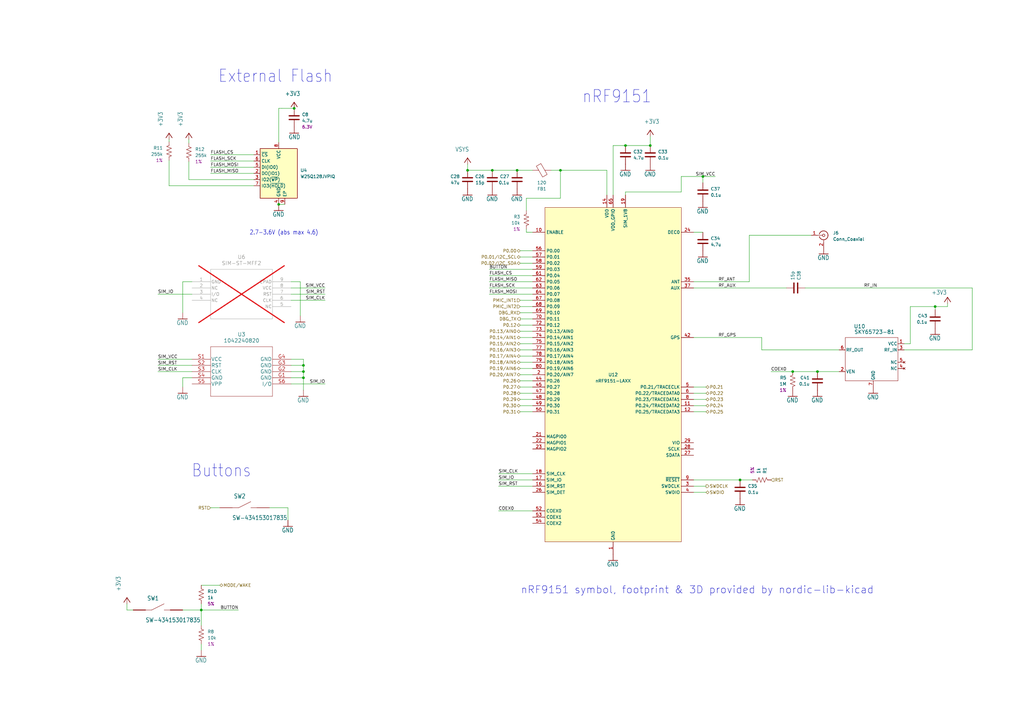
<source format=kicad_sch>
(kicad_sch (version 20231120) (generator "eeschema") (generator_version "8.0")
  (paper "A3")
  (title_block (title "nRF9151 Feather") (date "2024-12-04") (rev "1.0") (company "Circuit Dojo LLC"))
  (lib_symbols
    (symbol "2024-04-08_13-04-43:1042240820" (pin_names (offset 0.254))
      (property "Reference" "U" (at 20.32 10.16 0))
      (property "Value" "1042240820" (at 20.32 7.62 0))
      (symbol "1042240820_1_1"
        (polyline (pts (xy 7.62 -15.24) (xy 33.02 -15.24)) (stroke (width 0.127)))
        (polyline (pts (xy 7.62 5.08) (xy 7.62 -15.24)) (stroke (width 0.127)))
        (polyline (pts (xy 33.02 -15.24) (xy 33.02 5.08)) (stroke (width 0.127)))
        (polyline (pts (xy 33.02 5.08) (xy 7.62 5.08)) (stroke (width 0.127)))
        (pin power_in line (at 40.64 -7.62 180) (length 7.62) (name "GND") (number "G1"))
        (pin power_in line (at 40.64 -5.08 180) (length 7.62) (name "GND") (number "G2"))
        (pin power_in line (at 40.64 -2.54 180) (length 7.62) (name "GND") (number "G3"))
        (pin power_in line (at 40.64 0 180) (length 7.62) (name "GND") (number "G4"))
        (pin power_in line (at 0 0 0) (length 7.62) (name "VCC") (number "S1"))
        (pin unspecified line (at 0 -2.54 0) (length 7.62) (name "RST") (number "S2"))
        (pin unspecified line (at 0 -5.08 0) (length 7.62) (name "CLK") (number "S3"))
        (pin power_in line (at 0 -7.62 0) (length 7.62) (name "GND") (number "S4"))
        (pin power_in line (at 0 -10.16 0) (length 7.62) (name "VPP") (number "S5"))
        (pin unspecified line (at 40.64 -10.16 180) (length 7.62) (name "I/O") (number "S6"))
      )
    )
    (symbol "2024-04-08_13-26-58:SIM-ST-MFF2" (pin_names (offset 0.254))
      (property "Reference" "U" (at 20.32 10.16 0))
      (property "Value" "SIM-ST-MFF2" (at 20.32 7.62 0))
      (symbol "SIM-ST-MFF2_0_1"
        (polyline (pts (xy 7.62 -15.24) (xy 33.02 -15.24)) (stroke (width 0.127)))
        (polyline (pts (xy 7.62 5.08) (xy 7.62 -15.24)) (stroke (width 0.127)))
        (polyline (pts (xy 33.02 -15.24) (xy 33.02 5.08)) (stroke (width 0.127)))
        (polyline (pts (xy 33.02 5.08) (xy 7.62 5.08)) (stroke (width 0.127)))
        (pin unspecified line (at 0 0 0) (length 7.62) (name "GND") (number "1"))
        (pin unspecified line (at 0 -2.54 0) (length 7.62) (name "NC") (number "2"))
        (pin unspecified line (at 0 -5.08 0) (length 7.62) (name "I/O") (number "3"))
        (pin unspecified line (at 0 -7.62 0) (length 7.62) (name "NC") (number "4"))
        (pin unspecified line (at 40.64 -10.16 180) (length 7.62) (name "NC") (number "5"))
        (pin unspecified line (at 40.64 -7.62 180) (length 7.62) (name "CLK") (number "6"))
        (pin unspecified line (at 40.64 -5.08 180) (length 7.62) (name "RST") (number "7"))
        (pin unspecified line (at 40.64 -2.54 180) (length 7.62) (name "VCC") (number "8"))
        (pin unspecified line (at 40.64 0 180) (length 7.62) (name "EPAD") (number "9"))
      )
    )
    (symbol "2024-04-10_15-11-21:SKY65723-81" (pin_names (offset 0.254))
      (property "Reference" "U10" (at -5.588 12.192 0))
      (property "Value" "SKY65723-81" (at 0.508 9.906 0))
      (symbol "SKY65723-81_1_1"
        (rectangle (start -11.43 7.62) (end 10.16 -10.16))
        (pin power_in line (at 12.7 5.08 180) (length 2.54) (name "VCC") (number "1"))
        (pin input line (at -13.97 -6.35 0) (length 2.54) (name "VEN") (number "2"))
        (pin input line (at 12.7 2.54 180) (length 2.54) (name "RF_IN") (number "3"))
        (pin no_connect line (at 12.7 -5.08 180) (length 2.54) (name "NC") (number "4"))
        (pin no_connect line (at 12.7 -2.54 180) (length 2.54) (name "NC") (number "5"))
        (pin output line (at -13.97 2.54 0) (length 2.54) (name "RF_OUT") (number "6"))
        (pin power_out line (at 0 -12.7 90) (length 2.54) (name "GND") (number "7"))
      )
    )
    (symbol "Connector:Conn_Coaxial" (pin_names (offset 1.016) hide)
      (property "Reference" "J" (at 0.254 3.048 0))
      (property "Value" "Conn_Coaxial" (at 2.921 0 90))
      (symbol "Conn_Coaxial_0_1"
        (arc (start -1.778 -0.508) (mid 0.2311 -1.8066) (end 1.778 0) (stroke (width 0.254)))
        (polyline (pts (xy -2.54 0) (xy -0.508 0)))
        (polyline (pts (xy 0 -2.54) (xy 0 -1.778)))
        (circle (center 0 0) (radius 0.508) (stroke (width 0.2032)))
        (arc (start 1.778 0) (mid 0.2099 1.8101) (end -1.778 0.508) (stroke (width 0.254)))
      )
      (symbol "Conn_Coaxial_1_1"
        (pin passive line (at -5.08 0 0) (length 2.54) (name "In") (number "1"))
        (pin passive line (at 0 -5.08 90) (length 2.54) (name "Ext") (number "2"))
      )
    )
    (symbol "Device:C" (pin_numbers hide) (pin_names (offset 0.254))
      (property "Reference" "C" (at 0.635 2.54 0))
      (property "Value" "C" (at 0.635 -2.54 0))
      (symbol "C_0_1"
        (polyline (pts (xy -2.032 -0.762) (xy 2.032 -0.762)) (stroke (width 0.508)))
        (polyline (pts (xy -2.032 0.762) (xy 2.032 0.762)) (stroke (width 0.508)))
      )
      (symbol "C_1_1"
        (pin passive line (at 0 3.81 270) (length 2.794) (name "~") (number "1"))
        (pin passive line (at 0 -3.81 90) (length 2.794) (name "~") (number "2"))
      )
    )
    (symbol "Device:FerriteBead" (pin_numbers hide) (pin_names (offset 0))
      (property "Reference" "FB" (at -3.81 0.635 90))
      (property "Value" "FerriteBead" (at 3.81 0 90))
      (symbol "FerriteBead_0_1"
        (polyline (pts (xy 0 -1.27) (xy 0 -1.2192)))
        (polyline (pts (xy 0 1.27) (xy 0 1.2954)))
        (polyline (pts (xy -2.7686 0.4064) (xy -1.7018 2.2606) (xy 2.7686 -0.3048) (xy 1.6764 -2.159) (xy -2.7686 0.4064)))
      )
      (symbol "FerriteBead_1_1"
        (pin passive line (at 0 3.81 270) (length 2.54) (name "~") (number "1"))
        (pin passive line (at 0 -3.81 90) (length 2.54) (name "~") (number "2"))
      )
    )
    (symbol "Device:R_US" (pin_numbers hide) (pin_names (offset 0))
      (property "Reference" "R" (at 2.54 0 90))
      (property "Value" "R_US" (at -2.54 0 90))
      (symbol "R_US_0_1"
        (polyline (pts (xy 0 -2.286) (xy 0 -2.54)))
        (polyline (pts (xy 0 2.286) (xy 0 2.54)))
        (polyline (pts (xy 0 -0.762) (xy 1.016 -1.143) (xy 0 -1.524) (xy -1.016 -1.905) (xy 0 -2.286)))
        (polyline (pts (xy 0 0.762) (xy 1.016 0.381) (xy 0 0) (xy -1.016 -0.381) (xy 0 -0.762)))
        (polyline (pts (xy 0 2.286) (xy 1.016 1.905) (xy 0 1.524) (xy -1.016 1.143) (xy 0 0.762)))
      )
      (symbol "R_US_1_1"
        (pin passive line (at 0 3.81 270) (length 1.27) (name "~") (number "1"))
        (pin passive line (at 0 -3.81 90) (length 1.27) (name "~") (number "2"))
      )
    )
    (symbol "PCM_nordic-lib-kicad-nrf9:nRF9151-LAXX"
      (property "Reference" "U" (at 0 0 0))
      (property "Value" "nRF9151-LAXX" (at 0 -2.54 0))
      (symbol "nRF9151-LAXX_0_0"
        (pin input line (at -33.02 58.42 0) (length 5.08) (name "ENABLE") (number "10"))
        (pin no_connect line (at 27.94 -60.96 180) (length 5.08) hide (name "NC") (number "100"))
        (pin no_connect line (at 27.94 -58.42 180) (length 5.08) hide (name "NC") (number "101"))
        (pin no_connect line (at 27.94 -50.8 180) (length 5.08) hide (name "NC") (number "102"))
        (pin no_connect line (at 27.94 -53.34 180) (length 5.08) hide (name "NC") (number "103"))
        (pin no_connect line (at 27.94 -55.88 180) (length 5.08) hide (name "NC") (number "104"))
        (pin passive line (at 0 -73.66 90) (length 5.08) hide (name "GND") (number "105"))
        (pin passive line (at 0 -73.66 90) (length 5.08) hide (name "GND") (number "106"))
        (pin passive line (at 0 -73.66 90) (length 5.08) hide (name "GND") (number "107"))
        (pin passive line (at 0 -73.66 90) (length 5.08) hide (name "GND") (number "108"))
        (pin passive line (at 0 -73.66 90) (length 5.08) hide (name "GND") (number "109"))
        (pin passive line (at 0 -73.66 90) (length 5.08) hide (name "GND") (number "110"))
        (pin passive line (at 0 -73.66 90) (length 5.08) hide (name "GND") (number "111"))
        (pin passive line (at 0 -73.66 90) (length 5.08) hide (name "GND") (number "112"))
        (pin passive line (at 0 -73.66 90) (length 5.08) hide (name "GND") (number "113"))
        (pin passive line (at 0 -73.66 90) (length 5.08) hide (name "GND") (number "13"))
        (pin power_in line (at -2.54 73.66 270) (length 5.08) (name "VDD") (number "14"))
        (pin passive line (at 0 -73.66 90) (length 5.08) hide (name "GND") (number "15"))
        (pin bidirectional line (at -33.02 -45.72 0) (length 5.08) (name "SIM_RST") (number "16"))
        (pin bidirectional line (at -33.02 -43.18 0) (length 5.08) (name "SIM_IO") (number "17"))
        (pin bidirectional line (at -33.02 -40.64 0) (length 5.08) (name "SIM_CLK") (number "18"))
        (pin power_in line (at 5.08 73.66 270) (length 5.08) (name "SIM_1V8") (number "19"))
        (pin bidirectional line (at -33.02 0 0) (length 5.08) (name "P0.20/AIN7") (number "2"))
        (pin passive line (at 0 -73.66 90) (length 5.08) hide (name "GND") (number "20"))
        (pin bidirectional line (at -33.02 -25.4 0) (length 5.08) (name "MAGPIO0") (number "21"))
        (pin bidirectional line (at -33.02 -27.94 0) (length 5.08) (name "MAGPIO1") (number "22"))
        (pin bidirectional line (at -33.02 -30.48 0) (length 5.08) (name "MAGPIO2") (number "23"))
        (pin passive line (at 33.02 58.42 180) (length 5.08) (name "DEC0") (number "24"))
        (pin passive line (at 0 -73.66 90) (length 5.08) hide (name "GND") (number "25"))
        (pin bidirectional line (at -33.02 -48.26 0) (length 5.08) (name "SIM_DET") (number "26"))
        (pin bidirectional line (at 33.02 -33.02 180) (length 5.08) (name "SDATA") (number "27"))
        (pin bidirectional line (at 33.02 -30.48 180) (length 5.08) (name "SCLK") (number "28"))
        (pin power_in line (at 33.02 -27.94 180) (length 5.08) (name "VIO") (number "29"))
        (pin passive line (at 0 -73.66 90) (length 5.08) hide (name "GND") (number "30"))
        (pin passive line (at 0 -73.66 90) (length 5.08) hide (name "GND") (number "34"))
        (pin bidirectional line (at 33.02 38.1 180) (length 5.08) (name "ANT") (number "35"))
        (pin passive line (at 0 -73.66 90) (length 5.08) hide (name "GND") (number "36"))
        (pin bidirectional line (at 33.02 35.56 180) (length 5.08) (name "AUX") (number "37"))
        (pin passive line (at 0 -73.66 90) (length 5.08) hide (name "GND") (number "38"))
        (pin passive line (at 0 -73.66 90) (length 5.08) hide (name "GND") (number "39"))
        (pin passive line (at 0 -73.66 90) (length 5.08) hide (name "GND") (number "40"))
        (pin passive line (at 0 -73.66 90) (length 5.08) hide (name "GND") (number "41"))
        (pin passive line (at 0 -73.66 90) (length 5.08) hide (name "GND") (number "43"))
        (pin bidirectional line (at -33.02 -2.54 0) (length 5.08) (name "P0.26") (number "44"))
        (pin bidirectional line (at -33.02 -5.08 0) (length 5.08) (name "P0.27") (number "45"))
        (pin passive line (at 0 -73.66 90) (length 5.08) hide (name "GND") (number "46"))
        (pin bidirectional line (at -33.02 -7.62 0) (length 5.08) (name "P0.28") (number "47"))
        (pin bidirectional line (at -33.02 -10.16 0) (length 5.08) (name "P0.29") (number "48"))
        (pin bidirectional line (at -33.02 -12.7 0) (length 5.08) (name "P0.30") (number "49"))
        (pin bidirectional line (at -33.02 -15.24 0) (length 5.08) (name "P0.31") (number "50"))
        (pin passive line (at 0 -73.66 90) (length 5.08) hide (name "GND") (number "51"))
        (pin bidirectional line (at -33.02 -55.88 0) (length 5.08) (name "COEX0") (number "52"))
        (pin bidirectional line (at -33.02 -58.42 0) (length 5.08) (name "COEX1") (number "53"))
        (pin bidirectional line (at -33.02 -60.96 0) (length 5.08) (name "COEX2") (number "54"))
        (pin passive line (at 0 -73.66 90) (length 5.08) hide (name "GND") (number "55"))
        (pin bidirectional line (at -33.02 48.26 0) (length 5.08) (name "P0.01") (number "57"))
        (pin bidirectional line (at -33.02 45.72 0) (length 5.08) (name "P0.02") (number "58"))
        (pin bidirectional line (at -33.02 43.18 0) (length 5.08) (name "P0.03") (number "59"))
        (pin passive line (at 0 -73.66 90) (length 5.08) hide (name "GND") (number "60"))
        (pin bidirectional line (at -33.02 40.64 0) (length 5.08) (name "P0.04") (number "61"))
        (pin bidirectional line (at -33.02 38.1 0) (length 5.08) (name "P0.05") (number "62"))
        (pin bidirectional line (at -33.02 35.56 0) (length 5.08) (name "P0.06") (number "63"))
        (pin bidirectional line (at -33.02 33.02 0) (length 5.08) (name "P0.07") (number "64"))
        (pin power_in line (at 0 73.66 270) (length 5.08) (name "VDD_GPIO") (number "65"))
        (pin passive line (at 0 -73.66 90) (length 5.08) hide (name "GND") (number "66"))
        (pin bidirectional line (at -33.02 30.48 0) (length 5.08) (name "P0.08") (number "67"))
        (pin bidirectional line (at -33.02 27.94 0) (length 5.08) (name "P0.09") (number "68"))
        (pin bidirectional line (at -33.02 25.4 0) (length 5.08) (name "P0.10") (number "69"))
        (pin passive line (at 0 -73.66 90) (length 5.08) hide (name "GND") (number "7"))
        (pin bidirectional line (at -33.02 22.86 0) (length 5.08) (name "P0.11") (number "70"))
        (pin passive line (at 0 -73.66 90) (length 5.08) hide (name "GND") (number "71"))
        (pin bidirectional line (at -33.02 20.32 0) (length 5.08) (name "P0.12") (number "72"))
        (pin bidirectional line (at -33.02 17.78 0) (length 5.08) (name "P0.13/AIN0") (number "73"))
        (pin bidirectional line (at -33.02 15.24 0) (length 5.08) (name "P0.14/AIN1") (number "74"))
        (pin bidirectional line (at -33.02 12.7 0) (length 5.08) (name "P0.15/AIN2") (number "75"))
        (pin passive line (at 0 -73.66 90) (length 5.08) hide (name "GND") (number "76"))
        (pin bidirectional line (at -33.02 10.16 0) (length 5.08) (name "P0.16/AIN3") (number "77"))
        (pin bidirectional line (at -33.02 7.62 0) (length 5.08) (name "P0.17/AIN4") (number "78"))
        (pin bidirectional line (at -33.02 5.08 0) (length 5.08) (name "P0.18/AIN5") (number "79"))
        (pin bidirectional line (at -33.02 2.54 0) (length 5.08) (name "P0.19/AIN6") (number "80"))
        (pin no_connect line (at 10.16 -68.58 90) (length 5.08) hide (name "NC") (number "81"))
        (pin no_connect line (at 12.7 -68.58 90) (length 5.08) hide (name "NC") (number "82"))
        (pin no_connect line (at 15.24 -68.58 90) (length 5.08) hide (name "NC") (number "83"))
        (pin no_connect line (at 17.78 -68.58 90) (length 5.08) hide (name "NC") (number "84"))
        (pin no_connect line (at 20.32 -68.58 90) (length 5.08) hide (name "NC") (number "85"))
        (pin no_connect line (at 22.86 -68.58 90) (length 5.08) hide (name "NC") (number "86"))
        (pin no_connect line (at 25.4 -68.58 90) (length 5.08) hide (name "NC") (number "87"))
        (pin no_connect line (at -22.86 -68.58 90) (length 5.08) hide (name "NC") (number "88"))
        (pin no_connect line (at -20.32 -68.58 90) (length 5.08) hide (name "NC") (number "89"))
        (pin no_connect line (at -17.78 -68.58 90) (length 5.08) hide (name "NC") (number "90"))
        (pin no_connect line (at -15.24 -68.58 90) (length 5.08) hide (name "NC") (number "91"))
        (pin no_connect line (at -12.7 -68.58 90) (length 5.08) hide (name "NC") (number "92"))
        (pin no_connect line (at -10.16 -68.58 90) (length 5.08) hide (name "NC") (number "93"))
        (pin no_connect line (at -7.62 -68.58 90) (length 5.08) hide (name "NC") (number "94"))
        (pin no_connect line (at -5.08 -68.58 90) (length 5.08) hide (name "NC") (number "95"))
        (pin no_connect line (at -2.54 -68.58 90) (length 5.08) hide (name "NC") (number "96"))
        (pin no_connect line (at -25.4 -68.58 90) (length 5.08) hide (name "NC") (number "97"))
        (pin no_connect line (at 27.94 -66.04 180) (length 5.08) hide (name "NC") (number "98"))
        (pin no_connect line (at 27.94 -63.5 180) (length 5.08) hide (name "NC") (number "99"))
      )
      (symbol "nRF9151-LAXX_1_0"
        (pin power_in line (at 0 -73.66 90) (length 5.08) (name "GND") (number "1"))
        (pin bidirectional line (at 33.02 -12.7 180) (length 5.08) (name "P0.24/TRACEDATA2") (number "11"))
        (pin bidirectional line (at 33.02 -15.24 180) (length 5.08) (name "P0.25/TRACEDATA3") (number "12"))
        (pin input line (at 33.02 -45.72 180) (length 5.08) (name "SWDCLK") (number "3"))
        (pin no_connect line (at 2.54 -68.58 90) (length 5.08) hide (name "NC") (number "31"))
        (pin no_connect line (at 5.08 -68.58 90) (length 5.08) hide (name "NC") (number "32"))
        (pin no_connect line (at 7.62 -68.58 90) (length 5.08) hide (name "NC") (number "33"))
        (pin bidirectional line (at 33.02 -48.26 180) (length 5.08) (name "SWDIO") (number "4"))
        (pin input line (at 33.02 15.24 180) (length 5.08) (name "GPS") (number "42"))
        (pin bidirectional line (at 33.02 -5.08 180) (length 5.08) (name "P0.21/TRACECLK") (number "5"))
        (pin bidirectional line (at -33.02 50.8 0) (length 5.08) (name "P0.00") (number "56"))
        (pin bidirectional line (at 33.02 -7.62 180) (length 5.08) (name "P0.22/TRACEDATA0") (number "6"))
        (pin bidirectional line (at 33.02 -10.16 180) (length 5.08) (name "P0.23/TRACEDATA1") (number "8"))
        (pin input line (at 33.02 -43.18 180) (length 5.08) (name "~{RESET}") (number "9"))
      )
      (symbol "nRF9151-LAXX_1_1"
        (rectangle (start -27.94 68.58) (end 27.94 -68.58) (fill (type background)))
      )
    )
    (symbol "nRF9161-Feather:W25Q32JVZPIQ"
      (property "Reference" "U" (at -6.35 11.43 0))
      (property "Value" "W25Q32JVZPIQ" (at 7.62 11.43 0))
      (symbol "W25Q32JVZPIQ_0_1"
        (rectangle (start -7.62 10.16) (end 7.62 -10.16) (stroke (width 0.254)) (fill (type background)))
      )
      (symbol "W25Q32JVZPIQ_1_1"
        (pin input line (at -10.16 7.62 0) (length 2.54) (name "~{CS}") (number "1"))
        (pin bidirectional line (at -10.16 0 0) (length 2.54) (name "DO(IO1)") (number "2"))
        (pin bidirectional line (at -10.16 -2.54 0) (length 2.54) (name "IO2(~{WP})") (number "3"))
        (pin power_in line (at 0 -12.7 90) (length 2.54) (name "GND") (number "4"))
        (pin bidirectional line (at -10.16 2.54 0) (length 2.54) (name "DI(IO0)") (number "5"))
        (pin input line (at -10.16 5.08 0) (length 2.54) (name "CLK") (number "6"))
        (pin bidirectional line (at -10.16 -5.08 0) (length 2.54) (name "IO3(~{HOLD})") (number "7"))
        (pin power_in line (at 0 12.7 270) (length 2.54) (name "VCC") (number "8"))
        (pin passive line (at 2.54 -12.7 90) (length 2.54) (name "EP") (number "9"))
      )
    )
    (symbol "nrf91-feather-eagle-import:+3V3" (power)
      (property "Value" "+3V3" (at -2.54 -5.08 90))
      (symbol "+3V3_1_0"
        (polyline (pts (xy 0 0) (xy -1.27 -1.905)) (stroke (width 0.254)))
        (polyline (pts (xy 1.27 -1.905) (xy 0 0)) (stroke (width 0.254)))
        (pin power_in line (at 0 -2.54 90) (length 2.54) (name "+3V3") (number "1"))
      )
    )
    (symbol "nrf91-feather-eagle-import:GND" (power)
      (property "Value" "GND" (at -2.54 -2.54 0))
      (symbol "GND_1_0"
        (polyline (pts (xy -1.905 0) (xy 1.905 0)) (stroke (width 0.254)))
        (pin power_in line (at 0 2.54 270) (length 2.54) (name "GND") (number "1"))
      )
    )
    (symbol "nrf91-feather-eagle-import:SW-EVP-AA402W"
      (property "Reference" "SW" (at -4.4497 3.814 0))
      (symbol "SW-EVP-AA402W_1_0"
        (polyline (pts (xy -5.08 0) (xy -2.54 0)) (stroke (width 0.1524)))
        (polyline (pts (xy -2.54 0) (xy 2.54 2.54)) (stroke (width 0.1524)))
        (polyline (pts (xy 5.08 0) (xy 2.54 0)) (stroke (width 0.1524)))
        (pin passive line (at -10.16 0 0) (length 5.08) (name "1") (number "1"))
        (pin passive line (at 10.16 0 180) (length 5.08) (name "2") (number "2"))
        (pin passive line (at -10.16 0 0) (length 5.08) (name "1") (number "3"))
        (pin passive line (at 10.16 0 180) (length 5.08) (name "2") (number "4"))
      )
    )
    (symbol "nrf91-feather-eagle-import:VSYS" (power)
      (property "Value" "VSYS" (at -5.08 2.54 0))
      (symbol "VSYS_1_0"
        (polyline (pts (xy 0 0) (xy -1.27 -1.905)) (stroke (width 0.254)))
        (polyline (pts (xy 1.27 -1.905) (xy 0 0)) (stroke (width 0.254)))
        (pin power_in line (at 0 -2.54 90) (length 2.54) (name "VSYS") (number "1"))
      )
    )
  )
  (junction (at 383.54 125.73))
  (junction (at 325.12 152.4))
  (junction (at 124.46 152.4))
  (junction (at 124.46 154.94))
  (junction (at 114.3 83.82))
  (junction (at 191.77 69.85))
  (junction (at 82.55 250.19))
  (junction (at 124.46 149.86))
  (junction (at 303.53 196.85))
  (junction (at 335.28 152.4))
  (junction (at 256.54 59.69))
  (junction (at 229.87 69.85))
  (junction (at 120.65 44.45))
  (junction (at 212.09 69.85))
  (junction (at 201.93 69.85))
  (junction (at 266.7 59.69))
  (junction (at 288.29 72.39))
  (wire (pts (xy 77.47 57.15) (xy 77.47 58.674)))
  (wire (pts (xy 124.46 149.86) (xy 124.46 152.4)))
  (wire (pts (xy 312.42 143.51) (xy 344.17 143.51)))
  (wire (pts (xy 218.44 125.73) (xy 213.36 125.73)))
  (wire (pts (xy 213.36 168.91) (xy 218.44 168.91)))
  (wire (pts (xy 307.34 96.52) (xy 332.74 96.52)))
  (wire (pts (xy 266.7 55.88) (xy 266.7 59.69)))
  (wire (pts (xy 213.36 146.05) (xy 218.44 146.05)))
  (wire (pts (xy 64.77 120.65) (xy 78.74 120.65)))
  (wire (pts (xy 373.38 125.73) (xy 383.54 125.73)))
  (wire (pts (xy 213.36 153.67) (xy 218.44 153.67)))
  (wire (pts (xy 69.342 65.786) (xy 69.342 76.2)))
  (wire (pts (xy 288.29 72.39) (xy 288.29 74.93)))
  (wire (pts (xy 284.48 95.25) (xy 288.29 95.25)))
  (wire (pts (xy 114.3 44.45) (xy 115.57 44.45)))
  (wire (pts (xy 289.56 166.37) (xy 284.48 166.37)))
  (wire (pts (xy 213.36 163.83) (xy 218.44 163.83)))
  (wire (pts (xy 119.38 115.57) (xy 123.19 115.57)))
  (wire (pts (xy 218.44 123.19) (xy 213.36 123.19)))
  (wire (pts (xy 54.61 250.19) (xy 52.07 250.19)) (stroke (width 0.1524)))
  (wire (pts (xy 86.36 63.5) (xy 104.14 63.5)))
  (wire (pts (xy 64.77 152.4) (xy 78.74 152.4)))
  (wire (pts (xy 383.54 125.73) (xy 383.54 127)))
  (wire (pts (xy 213.36 107.95) (xy 218.44 107.95)))
  (wire (pts (xy 200.66 113.03) (xy 218.44 113.03)))
  (wire (pts (xy 77.47 73.66) (xy 104.14 73.66)))
  (wire (pts (xy 133.35 123.19) (xy 119.38 123.19)))
  (wire (pts (xy 398.78 143.51) (xy 398.78 118.11)))
  (wire (pts (xy 114.3 58.42) (xy 114.3 44.45)))
  (wire (pts (xy 316.23 152.4) (xy 325.12 152.4)))
  (wire (pts (xy 218.44 115.57) (xy 200.66 115.57)))
  (wire (pts (xy 204.47 194.31) (xy 218.44 194.31)))
  (wire (pts (xy 312.42 143.51) (xy 312.42 138.43)))
  (wire (pts (xy 213.36 102.87) (xy 218.44 102.87)))
  (wire (pts (xy 284.48 199.39) (xy 289.56 199.39)))
  (wire (pts (xy 307.34 96.52) (xy 307.34 115.57)))
  (wire (pts (xy 373.38 125.73) (xy 373.38 140.97)))
  (wire (pts (xy 124.46 147.32) (xy 124.46 149.86)))
  (wire (pts (xy 213.36 166.37) (xy 218.44 166.37)))
  (wire (pts (xy 74.93 128.27) (xy 74.93 115.57)))
  (wire (pts (xy 191.77 67.31) (xy 191.77 69.85)))
  (wire (pts (xy 226.06 69.85) (xy 229.87 69.85)))
  (wire (pts (xy 82.55 250.19) (xy 97.79 250.19)) (stroke (width 0.1524)))
  (wire (pts (xy 110.49 208.28) (xy 118.11 208.28)) (stroke (width 0.1524)))
  (wire (pts (xy 104.14 66.04) (xy 86.36 66.04)))
  (wire (pts (xy 256.54 59.69) (xy 266.7 59.69)))
  (wire (pts (xy 133.35 157.48) (xy 119.38 157.48)))
  (wire (pts (xy 284.48 118.11) (xy 322.58 118.11)))
  (wire (pts (xy 115.57 44.45) (xy 120.65 44.45)) (stroke (width 0.1524)))
  (wire (pts (xy 104.14 68.58) (xy 86.36 68.58)))
  (wire (pts (xy 118.11 208.28) (xy 118.11 213.36)) (stroke (width 0.1524)))
  (wire (pts (xy 213.36 135.89) (xy 218.44 135.89)))
  (wire (pts (xy 388.62 124.46) (xy 388.62 125.73)))
  (wire (pts (xy 204.47 199.39) (xy 218.44 199.39)))
  (wire (pts (xy 201.93 69.85) (xy 212.09 69.85)))
  (wire (pts (xy 256.54 59.69) (xy 251.46 59.69)))
  (wire (pts (xy 289.56 201.93) (xy 284.48 201.93)))
  (wire (pts (xy 383.54 125.73) (xy 388.62 125.73)))
  (wire (pts (xy 213.36 143.51) (xy 218.44 143.51)))
  (wire (pts (xy 69.342 57.15) (xy 69.342 58.166)))
  (wire (pts (xy 325.12 152.4) (xy 335.28 152.4)))
  (wire (pts (xy 370.84 140.97) (xy 373.38 140.97)))
  (wire (pts (xy 82.55 264.16) (xy 82.55 266.7)))
  (wire (pts (xy 215.9 81.28) (xy 215.9 86.36)))
  (wire (pts (xy 279.4 78.74) (xy 256.54 78.74)))
  (wire (pts (xy 213.36 158.75) (xy 218.44 158.75)))
  (wire (pts (xy 82.55 247.65) (xy 82.55 250.19)))
  (wire (pts (xy 74.93 158.75) (xy 74.93 154.94)))
  (wire (pts (xy 213.36 140.97) (xy 218.44 140.97)))
  (wire (pts (xy 229.87 81.28) (xy 229.87 69.85)))
  (wire (pts (xy 213.36 133.35) (xy 218.44 133.35)))
  (wire (pts (xy 229.87 69.85) (xy 248.92 69.85)))
  (wire (pts (xy 213.36 151.13) (xy 218.44 151.13)))
  (wire (pts (xy 213.36 105.41) (xy 218.44 105.41)))
  (wire (pts (xy 119.38 149.86) (xy 124.46 149.86)))
  (wire (pts (xy 64.77 149.86) (xy 78.74 149.86)))
  (wire (pts (xy 215.9 81.28) (xy 229.87 81.28)))
  (wire (pts (xy 218.44 110.49) (xy 200.66 110.49)) (stroke (width 0.1524)))
  (wire (pts (xy 218.44 95.25) (xy 215.9 95.25)))
  (wire (pts (xy 119.38 147.32) (xy 124.46 147.32)))
  (wire (pts (xy 370.84 143.51) (xy 398.78 143.51)))
  (wire (pts (xy 289.56 161.29) (xy 284.48 161.29)))
  (wire (pts (xy 289.56 168.91) (xy 284.48 168.91)))
  (wire (pts (xy 213.36 148.59) (xy 218.44 148.59)))
  (wire (pts (xy 218.44 120.65) (xy 200.66 120.65)))
  (wire (pts (xy 204.47 209.55) (xy 218.44 209.55)))
  (wire (pts (xy 74.93 154.94) (xy 78.74 154.94)))
  (wire (pts (xy 218.44 118.11) (xy 200.66 118.11)))
  (wire (pts (xy 123.19 115.57) (xy 123.19 129.54)))
  (wire (pts (xy 133.35 118.11) (xy 119.38 118.11)))
  (wire (pts (xy 289.56 163.83) (xy 284.48 163.83)))
  (wire (pts (xy 213.36 156.21) (xy 218.44 156.21)))
  (wire (pts (xy 90.17 208.28) (xy 86.36 208.28)) (stroke (width 0.1524)))
  (wire (pts (xy 77.47 66.294) (xy 77.47 73.66)))
  (wire (pts (xy 288.29 72.39) (xy 279.4 72.39)))
  (wire (pts (xy 124.46 154.94) (xy 124.46 160.02)))
  (wire (pts (xy 289.56 158.75) (xy 284.48 158.75)))
  (wire (pts (xy 307.34 115.57) (xy 284.48 115.57)))
  (wire (pts (xy 330.2 118.11) (xy 398.78 118.11)))
  (wire (pts (xy 119.38 152.4) (xy 124.46 152.4)))
  (wire (pts (xy 213.36 138.43) (xy 218.44 138.43)))
  (wire (pts (xy 191.77 69.85) (xy 201.93 69.85)))
  (wire (pts (xy 279.4 72.39) (xy 279.4 78.74)))
  (wire (pts (xy 82.55 240.03) (xy 90.17 240.03)) (stroke (width 0.1524)))
  (wire (pts (xy 218.44 128.27) (xy 213.36 128.27)))
  (wire (pts (xy 251.46 59.69) (xy 251.46 80.01)))
  (wire (pts (xy 114.3 83.82) (xy 116.84 83.82)))
  (wire (pts (xy 133.35 120.65) (xy 119.38 120.65)))
  (wire (pts (xy 284.48 138.43) (xy 312.42 138.43)))
  (wire (pts (xy 124.46 152.4) (xy 124.46 154.94)))
  (wire (pts (xy 215.9 95.25) (xy 215.9 93.98)))
  (wire (pts (xy 74.93 115.57) (xy 78.74 115.57)))
  (wire (pts (xy 256.54 78.74) (xy 256.54 80.01)))
  (wire (pts (xy 104.14 71.12) (xy 86.36 71.12)))
  (wire (pts (xy 335.28 152.4) (xy 344.17 152.4)))
  (wire (pts (xy 64.77 147.32) (xy 78.74 147.32)))
  (wire (pts (xy 69.342 76.2) (xy 104.14 76.2)))
  (wire (pts (xy 293.37 72.39) (xy 288.29 72.39)))
  (wire (pts (xy 248.92 69.85) (xy 248.92 80.01)))
  (wire (pts (xy 52.07 250.19) (xy 52.07 247.65)) (stroke (width 0.1524)))
  (wire (pts (xy 212.09 69.85) (xy 218.44 69.85)))
  (wire (pts (xy 218.44 130.81) (xy 213.36 130.81)))
  (wire (pts (xy 303.53 196.85) (xy 308.61 196.85)))
  (wire (pts (xy 204.47 196.85) (xy 218.44 196.85)))
  (wire (pts (xy 119.38 154.94) (xy 124.46 154.94)))
  (wire (pts (xy 82.55 250.19) (xy 82.55 256.54)) (stroke (width 0.1524)))
  (wire (pts (xy 213.36 161.29) (xy 218.44 161.29)))
  (wire (pts (xy 284.48 196.85) (xy 303.53 196.85)))
  (wire (pts (xy 74.93 250.19) (xy 82.55 250.19)) (stroke (width 0.1524)))
  (text "External Flash" (at 89.408 34.29 0) (effects (font (size 5.08 4.318)) (justify left bottom)))
  (text "Buttons" (at 78.486 196.088 0) (effects (font (size 5.08 4.318)) (justify left bottom)))
  (text "nRF9151" (at 238.76 42.672 0) (effects (font (size 5.08 4.318)) (justify left bottom)))
  (text "nRF9151 symbol, footprint & 3D provided by nordic-lib-kicad" (at 286.004 242.062 0) (effects (font (size 3 3))))
  (text "2.7-3.6V (abs max 4.6)" (at 102.362 96.52 0) (effects (font (size 1.778 1.5113)) (justify left bottom)))
  (label "SIM_IO" (at 133.35 157.48 180))
  (label "SIM_RST" (at 133.35 120.65 180))
  (label "COEX0" (at 316.23 152.4 0))
  (label "SIM_VCC" (at 133.35 118.11 180))
  (label "RF_ANT" (at 294.64 115.57 0))
  (label "SIM_RST" (at 204.47 199.39 0))
  (label "RF_AUX" (at 294.64 118.11 0))
  (label "RF_GPS" (at 294.64 138.43 0))
  (label "FLASH_MOSI" (at 86.36 68.58 0))
  (label "BUTTON" (at 200.66 110.49 0))
  (label "COEX0" (at 204.47 209.55 0))
  (label "FLASH_SCK" (at 86.36 66.04 0))
  (label "RF_IN" (at 354.33 118.11 0))
  (label "SIM_IO" (at 204.47 196.85 0))
  (label "SIM_CLK" (at 133.35 123.19 180))
  (label "FLASH_CS" (at 86.36 63.5 0))
  (label "SIM_IO" (at 64.77 120.65 0))
  (label "SIM_RST" (at 64.77 149.86 0))
  (label "SIM_CLK" (at 204.47 194.31 0))
  (label "FLASH_MISO" (at 200.66 115.57 0))
  (label "SIM_CLK" (at 64.77 152.4 0))
  (label "FLASH_MISO" (at 86.36 71.12 0))
  (label "FLASH_SCK" (at 200.66 118.11 0))
  (label "SIM_VCC" (at 64.77 147.32 0))
  (label "SIM_VCC" (at 293.37 72.39 180))
  (label "BUTTON" (at 97.79 250.19 180))
  (label "FLASH_CS" (at 200.66 113.03 0))
  (label "FLASH_MOSI" (at 200.66 120.65 0))
  (hierarchical_label "PMIC_INT2" (shape input) (at 213.36 125.73 180))
  (hierarchical_label "RST" (shape input) (at 86.36 208.28 180))
  (hierarchical_label "RST" (shape input) (at 316.23 196.85 0))
  (hierarchical_label "P0.00" (shape bidirectional) (at 213.36 102.87 180))
  (hierarchical_label "P0.14{slash}AIN1" (shape bidirectional) (at 213.36 138.43 180))
  (hierarchical_label "P0.29" (shape bidirectional) (at 213.36 163.83 180))
  (hierarchical_label "MODE/WAKE" (shape bidirectional) (at 90.17 240.03 0) (effects (font (size 1.2446 1.2446))) (property "Intersheetrefs" "${INTERSHEET_REFS}" (effects (hide yes))))
  (hierarchical_label "P0.02{slash}I2C_SDA" (shape bidirectional) (at 213.36 107.95 180))
  (hierarchical_label "P0.28" (shape bidirectional) (at 213.36 161.29 180))
  (hierarchical_label "SWDIO" (shape bidirectional) (at 289.56 201.93 0))
  (hierarchical_label "P0.18{slash}AIN5" (shape bidirectional) (at 213.36 148.59 180))
  (hierarchical_label "DBG_TX" (shape output) (at 213.36 130.81 180))
  (hierarchical_label "DBG_RX" (shape input) (at 213.36 128.27 180))
  (hierarchical_label "P0.12" (shape bidirectional) (at 213.36 133.35 180))
  (hierarchical_label "P0.01{slash}I2C_SCL" (shape bidirectional) (at 213.36 105.41 180))
  (hierarchical_label "P0.15{slash}AIN2" (shape bidirectional) (at 213.36 140.97 180))
  (hierarchical_label "P0.23" (shape bidirectional) (at 289.56 163.83 0))
  (hierarchical_label "P0.30" (shape bidirectional) (at 213.36 166.37 180))
  (hierarchical_label "P0.25" (shape bidirectional) (at 289.56 168.91 0))
  (hierarchical_label "P0.19{slash}AIN6" (shape bidirectional) (at 213.36 151.13 180))
  (hierarchical_label "PMIC_INT1" (shape input) (at 213.36 123.19 180))
  (hierarchical_label "P0.24" (shape bidirectional) (at 289.56 166.37 0))
  (hierarchical_label "P0.17{slash}AIN4" (shape bidirectional) (at 213.36 146.05 180))
  (hierarchical_label "P0.26" (shape bidirectional) (at 213.36 156.21 180))
  (hierarchical_label "P0.13{slash}AIN0" (shape bidirectional) (at 213.36 135.89 180))
  (hierarchical_label "P0.20{slash}AIN7" (shape bidirectional) (at 213.36 153.67 180))
  (hierarchical_label "P0.21" (shape bidirectional) (at 289.56 158.75 0))
  (hierarchical_label "SWDCLK" (shape output) (at 289.56 199.39 0))
  (hierarchical_label "P0.16{slash}AIN3" (shape bidirectional) (at 213.36 143.51 180))
  (hierarchical_label "P0.22" (shape bidirectional) (at 289.56 161.29 0))
  (hierarchical_label "P0.27" (shape bidirectional) (at 213.36 158.75 180))
  (hierarchical_label "P0.31" (shape bidirectional) (at 213.36 168.91 180))
  (symbol (lib_id "nrf91-feather-eagle-import:GND") (at 191.77 80.01 0) (unit 1)
    (property "Reference" "#GND034" (effects (hide yes)))
    (property "Value" "GND" (at 189.23 82.55 0) (effects (font (size 1.778 1.5113)) (justify left bottom)))
  )
  (symbol (lib_id "nrf91-feather-eagle-import:GND") (at 256.54 69.85 0) (unit 1)
    (property "Reference" "#GND054" (effects (hide yes)))
    (property "Value" "GND" (at 254 72.39 0) (effects (font (size 1.778 1.5113)) (justify left bottom)))
  )
  (symbol (lib_id "nrf91-feather-eagle-import:GND") (at 123.19 132.08 0) (unit 1)
    (property "Reference" "#GND061" (effects (hide yes)))
    (property "Value" "GND" (at 120.65 134.62 0) (effects (font (size 1.778 1.5113)) (justify left bottom)))
  )
  (symbol (lib_id "Connector:Conn_Coaxial") (at 337.82 96.52 0) (unit 1)
    (property "Reference" "J6" (at 341.63 95.5431 0) (effects (justify left)))
    (property "Value" "Conn_Coaxial" (at 341.63 98.0831 0) (effects (justify left)))
    (property "Footprint" "Connector_Coaxial:U.FL_Hirose_U.FL-R-SMT-1_Vertical" (effects (hide yes)))
    (property "Description" "coaxial connector (BNC, SMA, SMB, SMC, Cinch/RCA, LEMO, ...)" (effects (hide yes)))
    (property "Circuit Dojo PN" "CON-CONMHF1-SMD-G-T" (effects (hide yes)))
  )
  (symbol (lib_id "Device:R_US") (at 82.55 260.35 0) (unit 1)
    (property "Reference" "R8" (at 85.09 259.08 0) (effects (justify left)))
    (property "Value" "10k" (at 85.09 261.62 0) (effects (justify left)))
    (property "Footprint" "Resistor_SMD:R_0402_1005Metric" (effects (hide yes)))
    (property "Tolerance" "1%" (at 85.09 264.16 0) (effects (justify left)))
    (property "Part Number" "RES-100K-1%-02-0402" (effects (hide yes)))
    (property "Circuit Dojo PN" "RES-10K-1%-0402" (effects (hide yes)))
  )
  (symbol (lib_id "Device:C") (at 212.09 73.66 0) (mirror y) (unit 1)
    (property "Reference" "C27" (at 208.915 72.39 0) (effects (justify left)))
    (property "Value" "0.1u" (at 208.915 74.93 0) (effects (justify left)))
    (property "Footprint" "Capacitor_SMD:C_0402_1005Metric" (effects (hide yes)))
    (property "Circuit Dojo PN" "CAP-0.1U-50V-0402" (effects (hide yes)))
  )
  (symbol (lib_id "Device:C") (at 326.39 118.11 270) (mirror x) (unit 1)
    (property "Reference" "C38" (at 327.66 114.935 0) (effects (justify left)))
    (property "Value" "15p" (at 325.12 114.935 0) (effects (justify left)))
    (property "Footprint" "Capacitor_SMD:C_0402_1005Metric" (effects (hide yes)))
    (property "Circuit Dojo PN" "CAP-15P-50V-0402" (effects (hide yes)))
  )
  (symbol (lib_id "nrf91-feather-eagle-import:GND") (at 212.09 80.01 0) (unit 1)
    (property "Reference" "#GND016" (effects (hide yes)))
    (property "Value" "GND" (at 209.55 82.55 0) (effects (font (size 1.778 1.5113)) (justify left bottom)))
  )
  (symbol (lib_id "nrf91-feather-eagle-import:GND") (at 114.3 86.36 0) (unit 1)
    (property "Reference" "#GND029" (effects (hide yes)))
    (property "Value" "GND" (at 111.76 88.9 0) (effects (font (size 1.778 1.5113)) (justify left bottom)))
  )
  (symbol (lib_id "Device:R_US") (at 82.55 243.84 0) (unit 1)
    (property "Reference" "R10" (at 85.09 242.57 0) (effects (justify left)))
    (property "Value" "1k" (at 85.09 245.11 0) (effects (justify left)))
    (property "Footprint" "Resistor_SMD:R_0402_1005Metric" (effects (hide yes)))
    (property "Tolerance" "5%" (at 85.09 247.65 0) (effects (justify left)))
    (property "Part Number" "RES-1K-5%-0402" (effects (hide yes)))
    (property "Circuit Dojo PN" "RES-1K-5%-0402" (effects (hide yes)))
  )
  (symbol (lib_id "Device:R_US") (at 312.42 196.85 270) (mirror x) (unit 1)
    (property "Reference" "R1" (at 313.69 194.31 0) (effects (justify left)))
    (property "Value" "1k" (at 311.15 194.31 0) (effects (justify left)))
    (property "Footprint" "Resistor_SMD:R_0402_1005Metric" (effects (hide yes)))
    (property "Tolerance" "5%" (at 308.61 194.31 0) (effects (justify left)))
    (property "Part Number" "RES-1K-5%-0402" (effects (hide yes)))
    (property "Circuit Dojo PN" "RES-1K-5%-0402" (effects (hide yes)))
  )
  (symbol (lib_id "Device:C") (at 288.29 99.06 0) (unit 1)
    (property "Reference" "C34" (at 291.465 97.79 0) (effects (justify left)))
    (property "Value" "4.7u" (at 291.465 100.33 0) (effects (justify left)))
    (property "Footprint" "Capacitor_SMD:C_0603_1608Metric" (effects (hide yes)))
    (property "Circuit Dojo PN" "CAP-4.7U-6.3V-1-0603" (effects (hide yes)))
  )
  (symbol (lib_id "Device:C") (at 266.7 63.5 0) (unit 1)
    (property "Reference" "C33" (at 269.875 62.23 0) (effects (justify left)))
    (property "Value" "0.1u" (at 269.875 64.77 0) (effects (justify left)))
    (property "Footprint" "Capacitor_SMD:C_0402_1005Metric" (effects (hide yes)))
    (property "Circuit Dojo PN" "CAP-0.1U-50V-0402" (effects (hide yes)))
  )
  (symbol (lib_id "nrf91-feather-eagle-import:+3V3") (at 69.342 54.61 0) (unit 1)
    (property "Reference" "#+3V05" (effects (hide yes)))
    (property "Value" "+3V3" (at 66.802 52.07 90) (effects (font (size 1.778 1.5113)) (justify left bottom)))
  )
  (symbol (lib_id "nrf91-feather-eagle-import:GND") (at 266.7 69.85 0) (unit 1)
    (property "Reference" "#GND055" (effects (hide yes)))
    (property "Value" "GND" (at 264.16 72.39 0) (effects (font (size 1.778 1.5113)) (justify left bottom)))
  )
  (symbol (lib_id "Device:C") (at 256.54 63.5 0) (unit 1)
    (property "Reference" "C32" (at 259.715 62.23 0) (effects (justify left)))
    (property "Value" "4.7u" (at 259.715 64.77 0) (effects (justify left)))
    (property "Footprint" "Capacitor_SMD:C_0603_1608Metric" (effects (hide yes)))
    (property "Circuit Dojo PN" "CAP-4.7U-6.3V-1-0603" (effects (hide yes)))
  )
  (symbol (lib_id "nrf91-feather-eagle-import:SW-EVP-AA402W") (at 100.33 208.28 0) (unit 1)
    (property "Reference" "SW2" (at 95.8802 204.466 0) (effects (font (size 1.7799 1.5129)) (justify left bottom)))
    (property "Value" "SW-434153017835‎" (at 95.2461 213.3639 0) (effects (font (size 1.7793 1.5124)) (justify left bottom)))
    (property "Footprint" "Circuit Dojo:WOLFF-DEN_SW-EVP-AA402W" (effects (hide yes)))
    (property "Part Number" "SW-434153017835‎" (effects (hide yes)))
    (property "Circuit Dojo PN" "SW-434153017835‎" (effects (hide yes)))
  )
  (symbol (lib_id "nrf91-feather-eagle-import:GND") (at 325.12 162.56 0) (unit 1)
    (property "Reference" "#GND070" (effects (hide yes)))
    (property "Value" "GND" (at 322.58 165.1 0) (effects (font (size 1.778 1.5113)) (justify left bottom)))
  )
  (symbol (lib_id "nrf91-feather-eagle-import:GND") (at 74.93 161.29 0) (unit 1)
    (property "Reference" "#GND060" (effects (hide yes)))
    (property "Value" "GND" (at 72.39 163.83 0) (effects (font (size 1.778 1.5113)) (justify left bottom)))
  )
  (symbol (lib_id "Device:C") (at 120.65 48.26 0) (unit 1)
    (property "Reference" "C8" (at 123.825 46.99 0) (effects (justify left)))
    (property "Value" "4.7u" (at 123.825 49.53 0) (effects (justify left)))
    (property "Footprint" "Capacitor_SMD:C_0603_1608Metric" (effects (hide yes)))
    (property "Voltage" "6.3V" (at 123.825 52.07 0) (effects (justify left)))
    (property "Manufacturer Part Number" "CL10A475KQ8NNNC‎ " (effects (hide yes)))
    (property "Part Number" "CAP-4.7U-6.3V-1-0603" (effects (hide yes)))
    (property "Circuit Dojo PN" "CAP-4.7U-6.3V-1-0603" (effects (hide yes)))
  )
  (symbol (lib_id "PCM_nordic-lib-kicad-nrf9:nRF9151-LAXX") (at 251.46 153.67 0) (unit 1)
    (property "Reference" "U12" (at 251.46 153.67 0))
    (property "Value" "nRF9151-LAXX" (at 251.46 156.21 0))
    (property "Footprint" "PCM_nordic-lib-kicad-nrf9:LGA_9151_12.1x11.1mm" (effects (hide yes)))
    (property "Datasheet" "https://docs.nordicsemi.com/bundle/ps_nrf9151/page/nRF9151_html5_keyfeatures.html" (effects (hide yes)))
    (property "Circuit Dojo PN" "MOD-NRF9151-LACA-R" (effects (hide yes)))
  )
  (symbol (lib_id "nrf91-feather-eagle-import:+3V3") (at 266.7 53.34 0) (unit 1)
    (property "Reference" "#+3V02" (effects (hide yes)))
    (property "Value" "+3V3" (at 264.16 50.8 0) (effects (font (size 1.778 1.5113)) (justify left bottom)))
  )
  (symbol (lib_id "nrf91-feather-eagle-import:+3V3") (at 388.62 121.92 0) (mirror y) (unit 1)
    (property "Reference" "#+3V012" (effects (hide yes)))
    (property "Value" "+3V3" (at 388.366 120.904 0) (effects (font (size 1.778 1.5113)) (justify left bottom)))
  )
  (symbol (lib_id "Device:R_US") (at 69.342 61.976 0) (mirror y) (unit 1)
    (property "Reference" "R11" (at 66.802 60.706 0) (effects (justify left)))
    (property "Value" "255k" (at 66.802 63.246 0) (effects (justify left)))
    (property "Footprint" "Resistor_SMD:R_0402_1005Metric" (effects (hide yes)))
    (property "Tolerance" "1%" (at 66.802 65.786 0) (effects (justify left)))
    (property "Part Number" "RES-100K-1%-02-0402" (effects (hide yes)))
    (property "Circuit Dojo PN" "RES-255K-1%-0402" (effects (hide yes)))
  )
  (symbol (lib_id "Device:R_US") (at 325.12 156.21 0) (mirror y) (unit 1)
    (property "Reference" "R5" (at 322.58 154.94 0) (effects (justify left)))
    (property "Value" "1M" (at 322.58 157.48 0) (effects (justify left)))
    (property "Footprint" "Resistor_SMD:R_0402_1005Metric" (effects (hide yes)))
    (property "Tolerance" "1%" (at 322.58 160.02 0) (effects (justify left)))
    (property "Part Number" "RES-100K-1%-02-0402" (effects (hide yes)))
    (property "Circuit Dojo PN" "RES-1M-5%-0402" (effects (hide yes)))
  )
  (symbol (lib_id "Device:C") (at 201.93 73.66 0) (mirror y) (unit 1)
    (property "Reference" "C26" (at 198.755 72.39 0) (effects (justify left)))
    (property "Value" "15p" (at 198.755 74.93 0) (effects (justify left)))
    (property "Footprint" "Capacitor_SMD:C_0402_1005Metric" (effects (hide yes)))
    (property "Circuit Dojo PN" "CAP-15P-50V-0402" (effects (hide yes)))
  )
  (symbol (lib_id "Device:C") (at 335.28 156.21 0) (mirror y) (unit 1)
    (property "Reference" "C41" (at 332.105 154.94 0) (effects (justify left)))
    (property "Value" "0.1u" (at 332.105 157.48 0) (effects (justify left)))
    (property "Footprint" "Capacitor_SMD:C_0402_1005Metric" (effects (hide yes)))
    (property "Circuit Dojo PN" "CAP-0.1U-50V-0402" (effects (hide yes)))
  )
  (symbol (lib_id "2024-04-08_13-26-58:SIM-ST-MFF2") (at 78.74 115.57 0) (unit 1) (in_bom no) (dnp yes)
    (property "Reference" "U6" (at 99.06 105.41 0) (effects (font (size 1.524 1.524))))
    (property "Value" "SIM-ST-MFF2" (at 99.06 107.95 0) (effects (font (size 1.524 1.524))))
    (property "Footprint" "mff2:SIM-ST-MFF2_HOL" (effects (hide yes)))
    (property "Datasheet" "SIM-ST-MFF2" (effects (hide yes)))
  )
  (symbol (lib_id "Device:C") (at 303.53 200.66 0) (unit 1)
    (property "Reference" "C35" (at 306.705 199.39 0) (effects (justify left)))
    (property "Value" "0.1u" (at 306.705 201.93 0) (effects (justify left)))
    (property "Footprint" "Capacitor_SMD:C_0402_1005Metric" (effects (hide yes)))
    (property "Circuit Dojo PN" "CAP-0.1U-50V-0402" (effects (hide yes)))
  )
  (symbol (lib_id "nrf91-feather-eagle-import:GND") (at 303.53 207.01 0) (unit 1)
    (property "Reference" "#GND057" (effects (hide yes)))
    (property "Value" "GND" (at 300.99 209.55 0) (effects (font (size 1.778 1.5113)) (justify left bottom)))
  )
  (symbol (lib_id "nrf91-feather-eagle-import:GND") (at 383.54 137.16 0) (unit 1)
    (property "Reference" "#GND074" (effects (hide yes)))
    (property "Value" "GND" (at 381 139.7 0) (effects (font (size 1.778 1.5113)) (justify left bottom)))
  )
  (symbol (lib_id "Device:C") (at 191.77 73.66 0) (mirror y) (unit 1)
    (property "Reference" "C28" (at 188.595 72.39 0) (effects (justify left)))
    (property "Value" "47u" (at 188.595 74.93 0) (effects (justify left)))
    (property "Footprint" "Capacitor_SMD:C_0805_2012Metric" (effects (hide yes)))
    (property "Circuit Dojo PN" "CAP-47U-6.3V-0805" (effects (hide yes)))
  )
  (symbol (lib_id "nrf91-feather-eagle-import:GND") (at 82.55 269.24 0) (unit 1)
    (property "Reference" "#GND018" (effects (hide yes)))
    (property "Value" "GND" (at 80.01 271.78 0) (effects (font (size 1.778 1.5113)) (justify left bottom)))
  )
  (symbol (lib_id "nrf91-feather-eagle-import:+3V3") (at 77.47 54.61 0) (unit 1)
    (property "Reference" "#+3V06" (effects (hide yes)))
    (property "Value" "+3V3" (at 74.93 52.07 90) (effects (font (size 1.778 1.5113)) (justify left bottom)))
  )
  (symbol (lib_id "2024-04-08_13-04-43:1042240820") (at 78.74 147.32 0) (unit 1)
    (property "Reference" "U3" (at 99.06 137.16 0) (effects (font (size 1.524 1.524))))
    (property "Value" "1042240820" (at 99.06 139.7 0) (effects (font (size 1.524 1.524))))
    (property "Footprint" "footprints:1042240820" (effects (hide yes)))
    (property "Circuit Dojo PN" "CON-SIM-104224-0820" (effects (hide yes)))
  )
  (symbol (lib_id "nrf91-feather-eagle-import:+3V3") (at 52.07 245.11 0) (unit 1)
    (property "Reference" "#+3V09" (effects (hide yes)))
    (property "Value" "+3V3" (at 49.53 242.57 90) (effects (font (size 1.778 1.5113)) (justify left bottom)))
  )
  (symbol (lib_id "nrf91-feather-eagle-import:GND") (at 337.82 104.14 0) (unit 1)
    (property "Reference" "#GND069" (effects (hide yes)))
    (property "Value" "GND" (at 335.28 106.68 0) (effects (font (size 1.778 1.5113)) (justify left bottom)))
  )
  (symbol (lib_id "Device:R_US") (at 215.9 90.17 0) (mirror y) (unit 1)
    (property "Reference" "R3" (at 213.36 88.9 0) (effects (justify left)))
    (property "Value" "10k" (at 213.36 91.44 0) (effects (justify left)))
    (property "Footprint" "Resistor_SMD:R_0402_1005Metric" (effects (hide yes)))
    (property "Tolerance" "1%" (at 213.36 93.98 0) (effects (justify left)))
    (property "Part Number" "RES-100K-1%-02-0402" (effects (hide yes)))
    (property "Circuit Dojo PN" "RES-10K-1%-0402" (effects (hide yes)))
  )
  (symbol (lib_id "Device:R_US") (at 77.47 62.484 0) (unit 1)
    (property "Reference" "R12" (at 80.01 61.214 0) (effects (justify left)))
    (property "Value" "255k" (at 80.01 63.754 0) (effects (justify left)))
    (property "Footprint" "Resistor_SMD:R_0402_1005Metric" (effects (hide yes)))
    (property "Tolerance" "1%" (at 80.01 66.294 0) (effects (justify left)))
    (property "Part Number" "RES-100K-1%-02-0402" (effects (hide yes)))
    (property "Circuit Dojo PN" "RES-255K-1%-0402" (effects (hide yes)))
  )
  (symbol (lib_id "nrf91-feather-eagle-import:GND") (at 251.46 229.87 0) (unit 1)
    (property "Reference" "#GND039" (effects (hide yes)))
    (property "Value" "GND" (at 248.92 232.41 0) (effects (font (size 1.778 1.5113)) (justify left bottom)))
  )
  (symbol (lib_id "nrf91-feather-eagle-import:GND") (at 120.65 54.61 0) (mirror y) (unit 1)
    (property "Reference" "#GND028" (effects (hide yes)))
    (property "Value" "GND" (at 123.19 57.15 0) (effects (font (size 1.778 1.5113)) (justify left bottom)))
  )
  (symbol (lib_id "nrf91-feather-eagle-import:GND") (at 288.29 105.41 0) (unit 1)
    (property "Reference" "#GND056" (effects (hide yes)))
    (property "Value" "GND" (at 285.75 107.95 0) (effects (font (size 1.778 1.5113)) (justify left bottom)))
  )
  (symbol (lib_id "nrf91-feather-eagle-import:GND") (at 74.93 130.81 0) (unit 1)
    (property "Reference" "#GND062" (effects (hide yes)))
    (property "Value" "GND" (at 72.39 133.35 0) (effects (font (size 1.778 1.5113)) (justify left bottom)))
  )
  (symbol (lib_id "nrf91-feather-eagle-import:SW-EVP-AA402W") (at 64.77 250.19 0) (unit 1)
    (property "Reference" "SW1" (at 60.3202 246.376 0) (effects (font (size 1.7799 1.5129)) (justify left bottom)))
    (property "Value" "SW-434153017835‎" (at 59.6861 255.2739 0) (effects (font (size 1.7793 1.5124)) (justify left bottom)))
    (property "Footprint" "Circuit Dojo:WOLFF-DEN_SW-EVP-AA402W" (effects (hide yes)))
    (property "Part Number" "SW-434153017835‎" (effects (hide yes)))
    (property "Circuit Dojo PN" "SW-434153017835‎" (effects (hide yes)))
  )
  (symbol (lib_id "nrf91-feather-eagle-import:GND") (at 335.28 162.56 0) (unit 1)
    (property "Reference" "#GND071" (effects (hide yes)))
    (property "Value" "GND" (at 332.74 165.1 0) (effects (font (size 1.778 1.5113)) (justify left bottom)))
  )
  (symbol (lib_id "nrf91-feather-eagle-import:GND") (at 201.93 80.01 0) (unit 1)
    (property "Reference" "#GND015" (effects (hide yes)))
    (property "Value" "GND" (at 199.39 82.55 0) (effects (font (size 1.778 1.5113)) (justify left bottom)))
  )
  (symbol (lib_id "nrf91-feather-eagle-import:GND") (at 118.11 215.9 0) (unit 1)
    (property "Reference" "#GND021" (effects (hide yes)))
    (property "Value" "GND" (at 115.57 218.44 0) (effects (font (size 1.778 1.5113)) (justify left bottom)))
  )
  (symbol (lib_id "Device:FerriteBead") (at 222.25 69.85 90) (mirror x) (unit 1)
    (property "Reference" "FB1" (at 222.1992 77.47 90))
    (property "Value" "120" (at 222.1992 74.93 90))
    (property "Footprint" "Resistor_SMD:R_0402_1005Metric" (effects (hide yes)))
    (property "Description" "Ferrite bead" (effects (hide yes)))
    (property "Circuit Dojo PN" "FERRITE-120-100MHZ-0402" (effects (hide yes)))
  )
  (symbol (lib_id "nrf91-feather-eagle-import:GND") (at 124.46 162.56 0) (unit 1)
    (property "Reference" "#GND059" (effects (hide yes)))
    (property "Value" "GND" (at 121.92 165.1 0) (effects (font (size 1.778 1.5113)) (justify left bottom)))
  )
  (symbol (lib_id "nRF9161-Feather:W25Q32JVZPIQ") (at 114.3 71.12 0) (unit 1)
    (property "Reference" "U4" (at 123.19 69.8499 0) (effects (justify left)))
    (property "Value" "W25Q128JVPIQ" (at 123.19 72.3899 0) (effects (justify left)))
    (property "Footprint" "Package_SON:WSON-8-1EP_6x5mm_P1.27mm_EP3.4x4.3mm" (effects (hide yes)))
    (property "Datasheet" "https://www.winbond.com/resource-files/w25q128jv%20revf%2003272018%20plus.pdf" (effects (hide yes)))
    (property "Description" "128Mb Serial Flash Memory, Standard/Dual/Quad SPI, DFN-8" (effects (hide yes)))
    (property "Circuit Dojo PN" "FLASH-W25Q128JVPIQ" (effects (hide yes)))
  )
  (symbol (lib_id "Device:C") (at 288.29 78.74 0) (unit 1)
    (property "Reference" "C37" (at 291.465 77.47 0) (effects (justify left)))
    (property "Value" "0.1u" (at 291.465 80.01 0) (effects (justify left)))
    (property "Footprint" "Capacitor_SMD:C_0402_1005Metric" (effects (hide yes)))
    (property "Circuit Dojo PN" "CAP-0.1U-50V-0402" (effects (hide yes)))
  )
  (symbol (lib_id "nrf91-feather-eagle-import:VSYS") (at 191.77 64.77 0) (unit 1)
    (property "Reference" "#P+05" (effects (hide yes)))
    (property "Value" "VSYS" (at 186.69 62.23 0) (effects (font (size 1.778 1.5113)) (justify left bottom)))
  )
  (symbol (lib_id "2024-04-10_15-11-21:SKY65723-81") (at 358.14 146.05 0) (unit 1)
    (property "Reference" "U10" (at 352.552 133.858 0) (effects (font (size 1.524 1.524))))
    (property "Value" "SKY65723-81" (at 358.648 136.144 0) (effects (font (size 1.524 1.524))))
    (property "Footprint" "KiCADv6:SKY65723-81_SKY-L" (effects (hide yes)))
    (property "Datasheet" "SKY65723-81" (effects (hide yes)))
    (property "Circuit Dojo PN" "IC-LNA-SKY65723-81" (effects (hide yes)))
  )
  (symbol (lib_id "nrf91-feather-eagle-import:GND") (at 358.14 161.29 0) (unit 1)
    (property "Reference" "#GND073" (effects (hide yes)))
    (property "Value" "GND" (at 355.6 163.83 0) (effects (font (size 1.778 1.5113)) (justify left bottom)))
  )
  (symbol (lib_id "nrf91-feather-eagle-import:GND") (at 288.29 85.09 0) (unit 1)
    (property "Reference" "#GND064" (effects (hide yes)))
    (property "Value" "GND" (at 285.75 87.63 0) (effects (font (size 1.778 1.5113)) (justify left bottom)))
  )
  (symbol (lib_id "nrf91-feather-eagle-import:+3V3") (at 120.65 41.91 0) (mirror y) (unit 1)
    (property "Reference" "#+3V07" (effects (hide yes)))
    (property "Value" "+3V3" (at 123.19 39.37 0) (effects (font (size 1.778 1.5113)) (justify left bottom)))
  )
  (symbol (lib_id "Device:C") (at 383.54 130.81 0) (mirror y) (unit 1)
    (property "Reference" "C43" (at 380.365 129.54 0) (effects (justify left)))
    (property "Value" "0.1u" (at 380.365 132.08 0) (effects (justify left)))
    (property "Footprint" "Capacitor_SMD:C_0402_1005Metric" (effects (hide yes)))
    (property "Circuit Dojo PN" "CAP-0.1U-50V-0402" (effects (hide yes)))
  )
)
</source>
